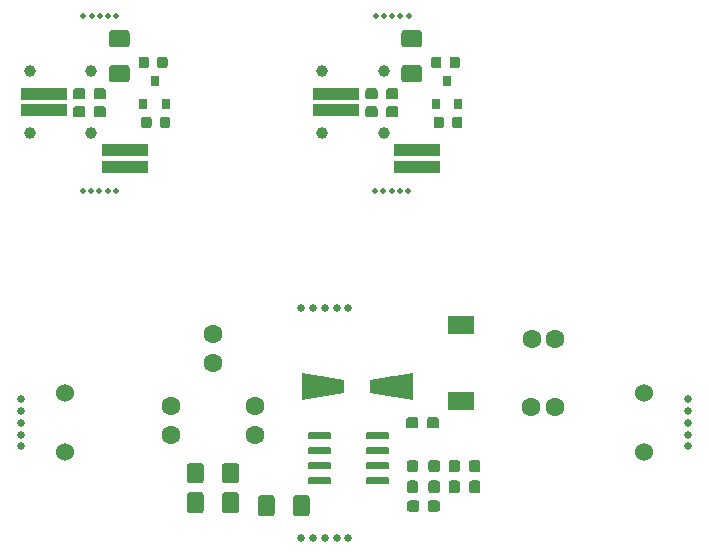
<source format=gbr>
%TF.GenerationSoftware,KiCad,Pcbnew,(5.1.0-1220-ga833aeeac)*%
%TF.CreationDate,2019-07-10T01:08:44+03:00*%
%TF.ProjectId,proto_II_panel,70726f74-6f5f-4494-995f-70616e656c2e,rev?*%
%TF.SameCoordinates,Original*%
%TF.FileFunction,Soldermask,Top*%
%TF.FilePolarity,Negative*%
%FSLAX46Y46*%
G04 Gerber Fmt 4.6, Leading zero omitted, Abs format (unit mm)*
G04 Created by KiCad (PCBNEW (5.1.0-1220-ga833aeeac)) date 2019-07-10 01:08:44*
%MOMM*%
%LPD*%
G04 APERTURE LIST*
%ADD10C,0.500000*%
%ADD11C,0.160000*%
%ADD12C,0.950000*%
%ADD13C,0.875000*%
%ADD14R,0.800000X0.900000*%
%ADD15C,1.000000*%
%ADD16C,1.425000*%
%ADD17R,4.000000X1.000000*%
%ADD18C,0.650000*%
%ADD19C,0.600000*%
%ADD20R,2.200000X1.600000*%
%ADD21C,1.524000*%
%ADD22C,1.676868*%
%ADD23C,1.600000*%
G04 APERTURE END LIST*
D10*
X83700000Y-56050000D03*
X84400000Y-56050000D03*
X85100000Y-56050000D03*
X83000000Y-56050000D03*
X82300000Y-56050000D03*
X85050000Y-70850000D03*
X84350000Y-70850000D03*
X82250000Y-70850000D03*
X82950000Y-70850000D03*
X83650000Y-70850000D03*
D11*
G36*
X82328387Y-63718079D02*
G01*
X82405438Y-63769562D01*
X82456921Y-63846613D01*
X82475000Y-63937500D01*
X82475000Y-64412500D01*
X82456921Y-64503387D01*
X82405438Y-64580438D01*
X82328387Y-64631921D01*
X82237500Y-64650000D01*
X81662500Y-64650000D01*
X81571613Y-64631921D01*
X81494562Y-64580438D01*
X81443079Y-64503387D01*
X81425000Y-64412500D01*
X81425000Y-63937500D01*
X81443079Y-63846613D01*
X81494562Y-63769562D01*
X81571613Y-63718079D01*
X81662500Y-63700000D01*
X82237500Y-63700000D01*
X82328387Y-63718079D01*
X82328387Y-63718079D01*
G37*
D12*
X81950000Y-64175000D03*
D11*
G36*
X84078387Y-63718079D02*
G01*
X84155438Y-63769562D01*
X84206921Y-63846613D01*
X84225000Y-63937500D01*
X84225000Y-64412500D01*
X84206921Y-64503387D01*
X84155438Y-64580438D01*
X84078387Y-64631921D01*
X83987500Y-64650000D01*
X83412500Y-64650000D01*
X83321613Y-64631921D01*
X83244562Y-64580438D01*
X83193079Y-64503387D01*
X83175000Y-64412500D01*
X83175000Y-63937500D01*
X83193079Y-63846613D01*
X83244562Y-63769562D01*
X83321613Y-63718079D01*
X83412500Y-63700000D01*
X83987500Y-63700000D01*
X84078387Y-63718079D01*
X84078387Y-63718079D01*
G37*
D12*
X83700000Y-64175000D03*
D11*
G36*
X82328387Y-62193079D02*
G01*
X82405438Y-62244562D01*
X82456921Y-62321613D01*
X82475000Y-62412500D01*
X82475000Y-62887500D01*
X82456921Y-62978387D01*
X82405438Y-63055438D01*
X82328387Y-63106921D01*
X82237500Y-63125000D01*
X81662500Y-63125000D01*
X81571613Y-63106921D01*
X81494562Y-63055438D01*
X81443079Y-62978387D01*
X81425000Y-62887500D01*
X81425000Y-62412500D01*
X81443079Y-62321613D01*
X81494562Y-62244562D01*
X81571613Y-62193079D01*
X81662500Y-62175000D01*
X82237500Y-62175000D01*
X82328387Y-62193079D01*
X82328387Y-62193079D01*
G37*
D12*
X81950000Y-62650000D03*
D11*
G36*
X84078387Y-62193079D02*
G01*
X84155438Y-62244562D01*
X84206921Y-62321613D01*
X84225000Y-62412500D01*
X84225000Y-62887500D01*
X84206921Y-62978387D01*
X84155438Y-63055438D01*
X84078387Y-63106921D01*
X83987500Y-63125000D01*
X83412500Y-63125000D01*
X83321613Y-63106921D01*
X83244562Y-63055438D01*
X83193079Y-62978387D01*
X83175000Y-62887500D01*
X83175000Y-62412500D01*
X83193079Y-62321613D01*
X83244562Y-62244562D01*
X83321613Y-62193079D01*
X83412500Y-62175000D01*
X83987500Y-62175000D01*
X84078387Y-62193079D01*
X84078387Y-62193079D01*
G37*
D12*
X83700000Y-62650000D03*
D11*
G36*
X87727463Y-59516651D02*
G01*
X87798431Y-59564070D01*
X87845850Y-59635038D01*
X87862501Y-59718750D01*
X87862501Y-60231250D01*
X87845850Y-60314962D01*
X87798431Y-60385930D01*
X87727463Y-60433349D01*
X87643751Y-60450000D01*
X87206251Y-60450000D01*
X87122539Y-60433349D01*
X87051571Y-60385930D01*
X87004152Y-60314962D01*
X86987501Y-60231250D01*
X86987501Y-59718750D01*
X87004152Y-59635038D01*
X87051571Y-59564070D01*
X87122539Y-59516651D01*
X87206251Y-59500000D01*
X87643751Y-59500000D01*
X87727463Y-59516651D01*
X87727463Y-59516651D01*
G37*
D13*
X87425001Y-59975000D03*
D11*
G36*
X89302463Y-59516651D02*
G01*
X89373431Y-59564070D01*
X89420850Y-59635038D01*
X89437501Y-59718750D01*
X89437501Y-60231250D01*
X89420850Y-60314962D01*
X89373431Y-60385930D01*
X89302463Y-60433349D01*
X89218751Y-60450000D01*
X88781251Y-60450000D01*
X88697539Y-60433349D01*
X88626571Y-60385930D01*
X88579152Y-60314962D01*
X88562501Y-60231250D01*
X88562501Y-59718750D01*
X88579152Y-59635038D01*
X88626571Y-59564070D01*
X88697539Y-59516651D01*
X88781251Y-59500000D01*
X89218751Y-59500000D01*
X89302463Y-59516651D01*
X89302463Y-59516651D01*
G37*
D13*
X89000001Y-59975000D03*
D11*
G36*
X89514962Y-64591651D02*
G01*
X89585930Y-64639070D01*
X89633349Y-64710038D01*
X89650000Y-64793750D01*
X89650000Y-65306250D01*
X89633349Y-65389962D01*
X89585930Y-65460930D01*
X89514962Y-65508349D01*
X89431250Y-65525000D01*
X88993750Y-65525000D01*
X88910038Y-65508349D01*
X88839070Y-65460930D01*
X88791651Y-65389962D01*
X88775000Y-65306250D01*
X88775000Y-64793750D01*
X88791651Y-64710038D01*
X88839070Y-64639070D01*
X88910038Y-64591651D01*
X88993750Y-64575000D01*
X89431250Y-64575000D01*
X89514962Y-64591651D01*
X89514962Y-64591651D01*
G37*
D13*
X89212500Y-65050000D03*
D11*
G36*
X87939962Y-64591651D02*
G01*
X88010930Y-64639070D01*
X88058349Y-64710038D01*
X88075000Y-64793750D01*
X88075000Y-65306250D01*
X88058349Y-65389962D01*
X88010930Y-65460930D01*
X87939962Y-65508349D01*
X87856250Y-65525000D01*
X87418750Y-65525000D01*
X87335038Y-65508349D01*
X87264070Y-65460930D01*
X87216651Y-65389962D01*
X87200000Y-65306250D01*
X87200000Y-64793750D01*
X87216651Y-64710038D01*
X87264070Y-64639070D01*
X87335038Y-64591651D01*
X87418750Y-64575000D01*
X87856250Y-64575000D01*
X87939962Y-64591651D01*
X87939962Y-64591651D01*
G37*
D13*
X87637500Y-65050000D03*
D14*
X87385356Y-63550000D03*
X89285356Y-63550000D03*
X88335356Y-61550000D03*
D15*
X82975000Y-60750000D03*
X77775000Y-60750000D03*
X82975000Y-65950000D03*
X77775000Y-65950000D03*
D11*
G36*
X86070671Y-60231530D02*
G01*
X86151777Y-60285723D01*
X86205970Y-60366829D01*
X86225000Y-60462500D01*
X86225000Y-61387500D01*
X86205970Y-61483171D01*
X86151777Y-61564277D01*
X86070671Y-61618470D01*
X85975000Y-61637500D01*
X84725000Y-61637500D01*
X84629329Y-61618470D01*
X84548223Y-61564277D01*
X84494030Y-61483171D01*
X84475000Y-61387500D01*
X84475000Y-60462500D01*
X84494030Y-60366829D01*
X84548223Y-60285723D01*
X84629329Y-60231530D01*
X84725000Y-60212500D01*
X85975000Y-60212500D01*
X86070671Y-60231530D01*
X86070671Y-60231530D01*
G37*
D16*
X85350000Y-60925000D03*
D11*
G36*
X86070671Y-57256530D02*
G01*
X86151777Y-57310723D01*
X86205970Y-57391829D01*
X86225000Y-57487500D01*
X86225000Y-58412500D01*
X86205970Y-58508171D01*
X86151777Y-58589277D01*
X86070671Y-58643470D01*
X85975000Y-58662500D01*
X84725000Y-58662500D01*
X84629329Y-58643470D01*
X84548223Y-58589277D01*
X84494030Y-58508171D01*
X84475000Y-58412500D01*
X84475000Y-57487500D01*
X84494030Y-57391829D01*
X84548223Y-57310723D01*
X84629329Y-57256530D01*
X84725000Y-57237500D01*
X85975000Y-57237500D01*
X86070671Y-57256530D01*
X86070671Y-57256530D01*
G37*
D16*
X85350000Y-57950000D03*
D17*
X78975000Y-62650000D03*
X78975000Y-64050000D03*
X85825000Y-68825000D03*
X85825000Y-67425000D03*
D10*
X57550000Y-56050000D03*
X58250000Y-56050000D03*
X60350000Y-56050000D03*
X59650000Y-56050000D03*
X58950000Y-56050000D03*
X58900000Y-70850000D03*
X58200000Y-70850000D03*
X57500000Y-70850000D03*
X59600000Y-70850000D03*
X60300000Y-70850000D03*
D17*
X61075000Y-67425000D03*
X61075000Y-68825000D03*
X54225000Y-64050000D03*
X54225000Y-62650000D03*
D11*
G36*
X61320671Y-57256530D02*
G01*
X61401777Y-57310723D01*
X61455970Y-57391829D01*
X61475000Y-57487500D01*
X61475000Y-58412500D01*
X61455970Y-58508171D01*
X61401777Y-58589277D01*
X61320671Y-58643470D01*
X61225000Y-58662500D01*
X59975000Y-58662500D01*
X59879329Y-58643470D01*
X59798223Y-58589277D01*
X59744030Y-58508171D01*
X59725000Y-58412500D01*
X59725000Y-57487500D01*
X59744030Y-57391829D01*
X59798223Y-57310723D01*
X59879329Y-57256530D01*
X59975000Y-57237500D01*
X61225000Y-57237500D01*
X61320671Y-57256530D01*
X61320671Y-57256530D01*
G37*
D16*
X60600000Y-57950000D03*
D11*
G36*
X61320671Y-60231530D02*
G01*
X61401777Y-60285723D01*
X61455970Y-60366829D01*
X61475000Y-60462500D01*
X61475000Y-61387500D01*
X61455970Y-61483171D01*
X61401777Y-61564277D01*
X61320671Y-61618470D01*
X61225000Y-61637500D01*
X59975000Y-61637500D01*
X59879329Y-61618470D01*
X59798223Y-61564277D01*
X59744030Y-61483171D01*
X59725000Y-61387500D01*
X59725000Y-60462500D01*
X59744030Y-60366829D01*
X59798223Y-60285723D01*
X59879329Y-60231530D01*
X59975000Y-60212500D01*
X61225000Y-60212500D01*
X61320671Y-60231530D01*
X61320671Y-60231530D01*
G37*
D16*
X60600000Y-60925000D03*
D15*
X53025000Y-65950000D03*
X58225000Y-65950000D03*
X53025000Y-60750000D03*
X58225000Y-60750000D03*
D14*
X63585356Y-61550000D03*
X64535356Y-63550000D03*
X62635356Y-63550000D03*
D11*
G36*
X63189962Y-64591651D02*
G01*
X63260930Y-64639070D01*
X63308349Y-64710038D01*
X63325000Y-64793750D01*
X63325000Y-65306250D01*
X63308349Y-65389962D01*
X63260930Y-65460930D01*
X63189962Y-65508349D01*
X63106250Y-65525000D01*
X62668750Y-65525000D01*
X62585038Y-65508349D01*
X62514070Y-65460930D01*
X62466651Y-65389962D01*
X62450000Y-65306250D01*
X62450000Y-64793750D01*
X62466651Y-64710038D01*
X62514070Y-64639070D01*
X62585038Y-64591651D01*
X62668750Y-64575000D01*
X63106250Y-64575000D01*
X63189962Y-64591651D01*
X63189962Y-64591651D01*
G37*
D13*
X62887500Y-65050000D03*
D11*
G36*
X64764962Y-64591651D02*
G01*
X64835930Y-64639070D01*
X64883349Y-64710038D01*
X64900000Y-64793750D01*
X64900000Y-65306250D01*
X64883349Y-65389962D01*
X64835930Y-65460930D01*
X64764962Y-65508349D01*
X64681250Y-65525000D01*
X64243750Y-65525000D01*
X64160038Y-65508349D01*
X64089070Y-65460930D01*
X64041651Y-65389962D01*
X64025000Y-65306250D01*
X64025000Y-64793750D01*
X64041651Y-64710038D01*
X64089070Y-64639070D01*
X64160038Y-64591651D01*
X64243750Y-64575000D01*
X64681250Y-64575000D01*
X64764962Y-64591651D01*
X64764962Y-64591651D01*
G37*
D13*
X64462500Y-65050000D03*
D11*
G36*
X64552463Y-59516651D02*
G01*
X64623431Y-59564070D01*
X64670850Y-59635038D01*
X64687501Y-59718750D01*
X64687501Y-60231250D01*
X64670850Y-60314962D01*
X64623431Y-60385930D01*
X64552463Y-60433349D01*
X64468751Y-60450000D01*
X64031251Y-60450000D01*
X63947539Y-60433349D01*
X63876571Y-60385930D01*
X63829152Y-60314962D01*
X63812501Y-60231250D01*
X63812501Y-59718750D01*
X63829152Y-59635038D01*
X63876571Y-59564070D01*
X63947539Y-59516651D01*
X64031251Y-59500000D01*
X64468751Y-59500000D01*
X64552463Y-59516651D01*
X64552463Y-59516651D01*
G37*
D13*
X64250001Y-59975000D03*
D11*
G36*
X62977463Y-59516651D02*
G01*
X63048431Y-59564070D01*
X63095850Y-59635038D01*
X63112501Y-59718750D01*
X63112501Y-60231250D01*
X63095850Y-60314962D01*
X63048431Y-60385930D01*
X62977463Y-60433349D01*
X62893751Y-60450000D01*
X62456251Y-60450000D01*
X62372539Y-60433349D01*
X62301571Y-60385930D01*
X62254152Y-60314962D01*
X62237501Y-60231250D01*
X62237501Y-59718750D01*
X62254152Y-59635038D01*
X62301571Y-59564070D01*
X62372539Y-59516651D01*
X62456251Y-59500000D01*
X62893751Y-59500000D01*
X62977463Y-59516651D01*
X62977463Y-59516651D01*
G37*
D13*
X62675001Y-59975000D03*
D11*
G36*
X59328387Y-62193079D02*
G01*
X59405438Y-62244562D01*
X59456921Y-62321613D01*
X59475000Y-62412500D01*
X59475000Y-62887500D01*
X59456921Y-62978387D01*
X59405438Y-63055438D01*
X59328387Y-63106921D01*
X59237500Y-63125000D01*
X58662500Y-63125000D01*
X58571613Y-63106921D01*
X58494562Y-63055438D01*
X58443079Y-62978387D01*
X58425000Y-62887500D01*
X58425000Y-62412500D01*
X58443079Y-62321613D01*
X58494562Y-62244562D01*
X58571613Y-62193079D01*
X58662500Y-62175000D01*
X59237500Y-62175000D01*
X59328387Y-62193079D01*
X59328387Y-62193079D01*
G37*
D12*
X58950000Y-62650000D03*
D11*
G36*
X57578387Y-62193079D02*
G01*
X57655438Y-62244562D01*
X57706921Y-62321613D01*
X57725000Y-62412500D01*
X57725000Y-62887500D01*
X57706921Y-62978387D01*
X57655438Y-63055438D01*
X57578387Y-63106921D01*
X57487500Y-63125000D01*
X56912500Y-63125000D01*
X56821613Y-63106921D01*
X56744562Y-63055438D01*
X56693079Y-62978387D01*
X56675000Y-62887500D01*
X56675000Y-62412500D01*
X56693079Y-62321613D01*
X56744562Y-62244562D01*
X56821613Y-62193079D01*
X56912500Y-62175000D01*
X57487500Y-62175000D01*
X57578387Y-62193079D01*
X57578387Y-62193079D01*
G37*
D12*
X57200000Y-62650000D03*
D11*
G36*
X59328387Y-63718079D02*
G01*
X59405438Y-63769562D01*
X59456921Y-63846613D01*
X59475000Y-63937500D01*
X59475000Y-64412500D01*
X59456921Y-64503387D01*
X59405438Y-64580438D01*
X59328387Y-64631921D01*
X59237500Y-64650000D01*
X58662500Y-64650000D01*
X58571613Y-64631921D01*
X58494562Y-64580438D01*
X58443079Y-64503387D01*
X58425000Y-64412500D01*
X58425000Y-63937500D01*
X58443079Y-63846613D01*
X58494562Y-63769562D01*
X58571613Y-63718079D01*
X58662500Y-63700000D01*
X59237500Y-63700000D01*
X59328387Y-63718079D01*
X59328387Y-63718079D01*
G37*
D12*
X58950000Y-64175000D03*
D11*
G36*
X57578387Y-63718079D02*
G01*
X57655438Y-63769562D01*
X57706921Y-63846613D01*
X57725000Y-63937500D01*
X57725000Y-64412500D01*
X57706921Y-64503387D01*
X57655438Y-64580438D01*
X57578387Y-64631921D01*
X57487500Y-64650000D01*
X56912500Y-64650000D01*
X56821613Y-64631921D01*
X56744562Y-64580438D01*
X56693079Y-64503387D01*
X56675000Y-64412500D01*
X56675000Y-63937500D01*
X56693079Y-63846613D01*
X56744562Y-63769562D01*
X56821613Y-63718079D01*
X56912500Y-63700000D01*
X57487500Y-63700000D01*
X57578387Y-63718079D01*
X57578387Y-63718079D01*
G37*
D12*
X57200000Y-64175000D03*
D18*
X76000000Y-100250000D03*
X77000000Y-100250000D03*
X78000000Y-100250000D03*
X79000000Y-100250000D03*
X80000000Y-100250000D03*
X80000000Y-80750000D03*
X79000000Y-80750000D03*
X78000000Y-80750000D03*
X77000000Y-80750000D03*
X76000000Y-80750000D03*
X108750000Y-92500000D03*
X108750000Y-91500000D03*
X108750000Y-90500000D03*
X108750000Y-89500000D03*
X108750000Y-88500000D03*
X52250000Y-88500000D03*
X52250000Y-89500000D03*
X52250000Y-90500000D03*
X52250000Y-91500000D03*
X52250000Y-92500000D03*
D11*
G36*
X83357403Y-91306418D02*
G01*
X83406066Y-91338934D01*
X83438582Y-91387597D01*
X83450000Y-91445000D01*
X83450000Y-91745000D01*
X83438582Y-91802403D01*
X83406066Y-91851066D01*
X83357403Y-91883582D01*
X83300000Y-91895000D01*
X81650000Y-91895000D01*
X81592597Y-91883582D01*
X81543934Y-91851066D01*
X81511418Y-91802403D01*
X81500000Y-91745000D01*
X81500000Y-91445000D01*
X81511418Y-91387597D01*
X81543934Y-91338934D01*
X81592597Y-91306418D01*
X81650000Y-91295000D01*
X83300000Y-91295000D01*
X83357403Y-91306418D01*
X83357403Y-91306418D01*
G37*
D19*
X82475000Y-91595000D03*
D11*
G36*
X83357403Y-92576418D02*
G01*
X83406066Y-92608934D01*
X83438582Y-92657597D01*
X83450000Y-92715000D01*
X83450000Y-93015000D01*
X83438582Y-93072403D01*
X83406066Y-93121066D01*
X83357403Y-93153582D01*
X83300000Y-93165000D01*
X81650000Y-93165000D01*
X81592597Y-93153582D01*
X81543934Y-93121066D01*
X81511418Y-93072403D01*
X81500000Y-93015000D01*
X81500000Y-92715000D01*
X81511418Y-92657597D01*
X81543934Y-92608934D01*
X81592597Y-92576418D01*
X81650000Y-92565000D01*
X83300000Y-92565000D01*
X83357403Y-92576418D01*
X83357403Y-92576418D01*
G37*
D19*
X82475000Y-92865000D03*
D11*
G36*
X83357403Y-93846418D02*
G01*
X83406066Y-93878934D01*
X83438582Y-93927597D01*
X83450000Y-93985000D01*
X83450000Y-94285000D01*
X83438582Y-94342403D01*
X83406066Y-94391066D01*
X83357403Y-94423582D01*
X83300000Y-94435000D01*
X81650000Y-94435000D01*
X81592597Y-94423582D01*
X81543934Y-94391066D01*
X81511418Y-94342403D01*
X81500000Y-94285000D01*
X81500000Y-93985000D01*
X81511418Y-93927597D01*
X81543934Y-93878934D01*
X81592597Y-93846418D01*
X81650000Y-93835000D01*
X83300000Y-93835000D01*
X83357403Y-93846418D01*
X83357403Y-93846418D01*
G37*
D19*
X82475000Y-94135000D03*
D11*
G36*
X83357403Y-95116418D02*
G01*
X83406066Y-95148934D01*
X83438582Y-95197597D01*
X83450000Y-95255000D01*
X83450000Y-95555000D01*
X83438582Y-95612403D01*
X83406066Y-95661066D01*
X83357403Y-95693582D01*
X83300000Y-95705000D01*
X81650000Y-95705000D01*
X81592597Y-95693582D01*
X81543934Y-95661066D01*
X81511418Y-95612403D01*
X81500000Y-95555000D01*
X81500000Y-95255000D01*
X81511418Y-95197597D01*
X81543934Y-95148934D01*
X81592597Y-95116418D01*
X81650000Y-95105000D01*
X83300000Y-95105000D01*
X83357403Y-95116418D01*
X83357403Y-95116418D01*
G37*
D19*
X82475000Y-95405000D03*
D11*
G36*
X78407403Y-95116418D02*
G01*
X78456066Y-95148934D01*
X78488582Y-95197597D01*
X78500000Y-95255000D01*
X78500000Y-95555000D01*
X78488582Y-95612403D01*
X78456066Y-95661066D01*
X78407403Y-95693582D01*
X78350000Y-95705000D01*
X76700000Y-95705000D01*
X76642597Y-95693582D01*
X76593934Y-95661066D01*
X76561418Y-95612403D01*
X76550000Y-95555000D01*
X76550000Y-95255000D01*
X76561418Y-95197597D01*
X76593934Y-95148934D01*
X76642597Y-95116418D01*
X76700000Y-95105000D01*
X78350000Y-95105000D01*
X78407403Y-95116418D01*
X78407403Y-95116418D01*
G37*
D19*
X77525000Y-95405000D03*
D11*
G36*
X78407403Y-93846418D02*
G01*
X78456066Y-93878934D01*
X78488582Y-93927597D01*
X78500000Y-93985000D01*
X78500000Y-94285000D01*
X78488582Y-94342403D01*
X78456066Y-94391066D01*
X78407403Y-94423582D01*
X78350000Y-94435000D01*
X76700000Y-94435000D01*
X76642597Y-94423582D01*
X76593934Y-94391066D01*
X76561418Y-94342403D01*
X76550000Y-94285000D01*
X76550000Y-93985000D01*
X76561418Y-93927597D01*
X76593934Y-93878934D01*
X76642597Y-93846418D01*
X76700000Y-93835000D01*
X78350000Y-93835000D01*
X78407403Y-93846418D01*
X78407403Y-93846418D01*
G37*
D19*
X77525000Y-94135000D03*
D11*
G36*
X78407403Y-92576418D02*
G01*
X78456066Y-92608934D01*
X78488582Y-92657597D01*
X78500000Y-92715000D01*
X78500000Y-93015000D01*
X78488582Y-93072403D01*
X78456066Y-93121066D01*
X78407403Y-93153582D01*
X78350000Y-93165000D01*
X76700000Y-93165000D01*
X76642597Y-93153582D01*
X76593934Y-93121066D01*
X76561418Y-93072403D01*
X76550000Y-93015000D01*
X76550000Y-92715000D01*
X76561418Y-92657597D01*
X76593934Y-92608934D01*
X76642597Y-92576418D01*
X76700000Y-92565000D01*
X78350000Y-92565000D01*
X78407403Y-92576418D01*
X78407403Y-92576418D01*
G37*
D19*
X77525000Y-92865000D03*
D11*
G36*
X78407403Y-91306418D02*
G01*
X78456066Y-91338934D01*
X78488582Y-91387597D01*
X78500000Y-91445000D01*
X78500000Y-91745000D01*
X78488582Y-91802403D01*
X78456066Y-91851066D01*
X78407403Y-91883582D01*
X78350000Y-91895000D01*
X76700000Y-91895000D01*
X76642597Y-91883582D01*
X76593934Y-91851066D01*
X76561418Y-91802403D01*
X76550000Y-91745000D01*
X76550000Y-91445000D01*
X76561418Y-91387597D01*
X76593934Y-91338934D01*
X76642597Y-91306418D01*
X76700000Y-91295000D01*
X78350000Y-91295000D01*
X78407403Y-91306418D01*
X78407403Y-91306418D01*
G37*
D19*
X77525000Y-91595000D03*
D11*
G36*
X87578387Y-93643079D02*
G01*
X87655438Y-93694562D01*
X87706921Y-93771613D01*
X87725000Y-93862500D01*
X87725000Y-94437500D01*
X87706921Y-94528387D01*
X87655438Y-94605438D01*
X87578387Y-94656921D01*
X87487500Y-94675000D01*
X87012500Y-94675000D01*
X86921613Y-94656921D01*
X86844562Y-94605438D01*
X86793079Y-94528387D01*
X86775000Y-94437500D01*
X86775000Y-93862500D01*
X86793079Y-93771613D01*
X86844562Y-93694562D01*
X86921613Y-93643079D01*
X87012500Y-93625000D01*
X87487500Y-93625000D01*
X87578387Y-93643079D01*
X87578387Y-93643079D01*
G37*
D12*
X87250000Y-94150000D03*
D11*
G36*
X87578387Y-95393079D02*
G01*
X87655438Y-95444562D01*
X87706921Y-95521613D01*
X87725000Y-95612500D01*
X87725000Y-96187500D01*
X87706921Y-96278387D01*
X87655438Y-96355438D01*
X87578387Y-96406921D01*
X87487500Y-96425000D01*
X87012500Y-96425000D01*
X86921613Y-96406921D01*
X86844562Y-96355438D01*
X86793079Y-96278387D01*
X86775000Y-96187500D01*
X86775000Y-95612500D01*
X86793079Y-95521613D01*
X86844562Y-95444562D01*
X86921613Y-95393079D01*
X87012500Y-95375000D01*
X87487500Y-95375000D01*
X87578387Y-95393079D01*
X87578387Y-95393079D01*
G37*
D12*
X87250000Y-95900000D03*
D11*
G36*
X67583171Y-96394030D02*
G01*
X67664277Y-96448223D01*
X67718470Y-96529329D01*
X67737500Y-96625000D01*
X67737500Y-97875000D01*
X67718470Y-97970671D01*
X67664277Y-98051777D01*
X67583171Y-98105970D01*
X67487500Y-98125000D01*
X66562500Y-98125000D01*
X66466829Y-98105970D01*
X66385723Y-98051777D01*
X66331530Y-97970671D01*
X66312500Y-97875000D01*
X66312500Y-96625000D01*
X66331530Y-96529329D01*
X66385723Y-96448223D01*
X66466829Y-96394030D01*
X66562500Y-96375000D01*
X67487500Y-96375000D01*
X67583171Y-96394030D01*
X67583171Y-96394030D01*
G37*
D16*
X67025000Y-97250000D03*
D11*
G36*
X70558171Y-96394030D02*
G01*
X70639277Y-96448223D01*
X70693470Y-96529329D01*
X70712500Y-96625000D01*
X70712500Y-97875000D01*
X70693470Y-97970671D01*
X70639277Y-98051777D01*
X70558171Y-98105970D01*
X70462500Y-98125000D01*
X69537500Y-98125000D01*
X69441829Y-98105970D01*
X69360723Y-98051777D01*
X69306530Y-97970671D01*
X69287500Y-97875000D01*
X69287500Y-96625000D01*
X69306530Y-96529329D01*
X69360723Y-96448223D01*
X69441829Y-96394030D01*
X69537500Y-96375000D01*
X70462500Y-96375000D01*
X70558171Y-96394030D01*
X70558171Y-96394030D01*
G37*
D16*
X70000000Y-97250000D03*
D11*
G36*
X89278387Y-93643079D02*
G01*
X89355438Y-93694562D01*
X89406921Y-93771613D01*
X89425000Y-93862500D01*
X89425000Y-94437500D01*
X89406921Y-94528387D01*
X89355438Y-94605438D01*
X89278387Y-94656921D01*
X89187500Y-94675000D01*
X88712500Y-94675000D01*
X88621613Y-94656921D01*
X88544562Y-94605438D01*
X88493079Y-94528387D01*
X88475000Y-94437500D01*
X88475000Y-93862500D01*
X88493079Y-93771613D01*
X88544562Y-93694562D01*
X88621613Y-93643079D01*
X88712500Y-93625000D01*
X89187500Y-93625000D01*
X89278387Y-93643079D01*
X89278387Y-93643079D01*
G37*
D12*
X88950000Y-94150000D03*
D11*
G36*
X89278387Y-95393079D02*
G01*
X89355438Y-95444562D01*
X89406921Y-95521613D01*
X89425000Y-95612500D01*
X89425000Y-96187500D01*
X89406921Y-96278387D01*
X89355438Y-96355438D01*
X89278387Y-96406921D01*
X89187500Y-96425000D01*
X88712500Y-96425000D01*
X88621613Y-96406921D01*
X88544562Y-96355438D01*
X88493079Y-96278387D01*
X88475000Y-96187500D01*
X88475000Y-95612500D01*
X88493079Y-95521613D01*
X88544562Y-95444562D01*
X88621613Y-95393079D01*
X88712500Y-95375000D01*
X89187500Y-95375000D01*
X89278387Y-95393079D01*
X89278387Y-95393079D01*
G37*
D12*
X88950000Y-95900000D03*
D11*
G36*
X70558171Y-93894030D02*
G01*
X70639277Y-93948223D01*
X70693470Y-94029329D01*
X70712500Y-94125000D01*
X70712500Y-95375000D01*
X70693470Y-95470671D01*
X70639277Y-95551777D01*
X70558171Y-95605970D01*
X70462500Y-95625000D01*
X69537500Y-95625000D01*
X69441829Y-95605970D01*
X69360723Y-95551777D01*
X69306530Y-95470671D01*
X69287500Y-95375000D01*
X69287500Y-94125000D01*
X69306530Y-94029329D01*
X69360723Y-93948223D01*
X69441829Y-93894030D01*
X69537500Y-93875000D01*
X70462500Y-93875000D01*
X70558171Y-93894030D01*
X70558171Y-93894030D01*
G37*
D16*
X70000000Y-94750000D03*
D11*
G36*
X67583171Y-93894030D02*
G01*
X67664277Y-93948223D01*
X67718470Y-94029329D01*
X67737500Y-94125000D01*
X67737500Y-95375000D01*
X67718470Y-95470671D01*
X67664277Y-95551777D01*
X67583171Y-95605970D01*
X67487500Y-95625000D01*
X66562500Y-95625000D01*
X66466829Y-95605970D01*
X66385723Y-95551777D01*
X66331530Y-95470671D01*
X66312500Y-95375000D01*
X66312500Y-94125000D01*
X66331530Y-94029329D01*
X66385723Y-93948223D01*
X66466829Y-93894030D01*
X66562500Y-93875000D01*
X67487500Y-93875000D01*
X67583171Y-93894030D01*
X67583171Y-93894030D01*
G37*
D16*
X67025000Y-94750000D03*
D11*
G36*
X91028387Y-95393079D02*
G01*
X91105438Y-95444562D01*
X91156921Y-95521613D01*
X91175000Y-95612500D01*
X91175000Y-96187500D01*
X91156921Y-96278387D01*
X91105438Y-96355438D01*
X91028387Y-96406921D01*
X90937500Y-96425000D01*
X90462500Y-96425000D01*
X90371613Y-96406921D01*
X90294562Y-96355438D01*
X90243079Y-96278387D01*
X90225000Y-96187500D01*
X90225000Y-95612500D01*
X90243079Y-95521613D01*
X90294562Y-95444562D01*
X90371613Y-95393079D01*
X90462500Y-95375000D01*
X90937500Y-95375000D01*
X91028387Y-95393079D01*
X91028387Y-95393079D01*
G37*
D12*
X90700000Y-95900000D03*
D11*
G36*
X91028387Y-93643079D02*
G01*
X91105438Y-93694562D01*
X91156921Y-93771613D01*
X91175000Y-93862500D01*
X91175000Y-94437500D01*
X91156921Y-94528387D01*
X91105438Y-94605438D01*
X91028387Y-94656921D01*
X90937500Y-94675000D01*
X90462500Y-94675000D01*
X90371613Y-94656921D01*
X90294562Y-94605438D01*
X90243079Y-94528387D01*
X90225000Y-94437500D01*
X90225000Y-93862500D01*
X90243079Y-93771613D01*
X90294562Y-93694562D01*
X90371613Y-93643079D01*
X90462500Y-93625000D01*
X90937500Y-93625000D01*
X91028387Y-93643079D01*
X91028387Y-93643079D01*
G37*
D12*
X90700000Y-94150000D03*
D20*
X89550000Y-88650000D03*
X89550000Y-82250000D03*
D21*
X56000000Y-93000000D03*
X56000000Y-88000000D03*
X105000000Y-88000000D03*
X105000000Y-93000000D03*
D22*
X77825000Y-87400000D03*
D11*
G36*
X76025000Y-88550000D02*
G01*
X76025000Y-86250000D01*
X79625000Y-86850000D01*
X79625000Y-87950000D01*
X76025000Y-88550000D01*
X76025000Y-88550000D01*
G37*
D22*
X83625000Y-87400000D03*
D11*
G36*
X85425000Y-86250000D02*
G01*
X85425000Y-88550000D01*
X81825000Y-87950000D01*
X81825000Y-86850000D01*
X85425000Y-86250000D01*
X85425000Y-86250000D01*
G37*
G36*
X85753387Y-93643079D02*
G01*
X85830438Y-93694562D01*
X85881921Y-93771613D01*
X85900000Y-93862500D01*
X85900000Y-94437500D01*
X85881921Y-94528387D01*
X85830438Y-94605438D01*
X85753387Y-94656921D01*
X85662500Y-94675000D01*
X85187500Y-94675000D01*
X85096613Y-94656921D01*
X85019562Y-94605438D01*
X84968079Y-94528387D01*
X84950000Y-94437500D01*
X84950000Y-93862500D01*
X84968079Y-93771613D01*
X85019562Y-93694562D01*
X85096613Y-93643079D01*
X85187500Y-93625000D01*
X85662500Y-93625000D01*
X85753387Y-93643079D01*
X85753387Y-93643079D01*
G37*
D12*
X85425000Y-94150000D03*
D11*
G36*
X85753387Y-95393079D02*
G01*
X85830438Y-95444562D01*
X85881921Y-95521613D01*
X85900000Y-95612500D01*
X85900000Y-96187500D01*
X85881921Y-96278387D01*
X85830438Y-96355438D01*
X85753387Y-96406921D01*
X85662500Y-96425000D01*
X85187500Y-96425000D01*
X85096613Y-96406921D01*
X85019562Y-96355438D01*
X84968079Y-96278387D01*
X84950000Y-96187500D01*
X84950000Y-95612500D01*
X84968079Y-95521613D01*
X85019562Y-95444562D01*
X85096613Y-95393079D01*
X85187500Y-95375000D01*
X85662500Y-95375000D01*
X85753387Y-95393079D01*
X85753387Y-95393079D01*
G37*
D12*
X85425000Y-95900000D03*
D11*
G36*
X73583171Y-96644030D02*
G01*
X73664277Y-96698223D01*
X73718470Y-96779329D01*
X73737500Y-96875000D01*
X73737500Y-98125000D01*
X73718470Y-98220671D01*
X73664277Y-98301777D01*
X73583171Y-98355970D01*
X73487500Y-98375000D01*
X72562500Y-98375000D01*
X72466829Y-98355970D01*
X72385723Y-98301777D01*
X72331530Y-98220671D01*
X72312500Y-98125000D01*
X72312500Y-96875000D01*
X72331530Y-96779329D01*
X72385723Y-96698223D01*
X72466829Y-96644030D01*
X72562500Y-96625000D01*
X73487500Y-96625000D01*
X73583171Y-96644030D01*
X73583171Y-96644030D01*
G37*
D16*
X73025000Y-97500000D03*
D11*
G36*
X76558171Y-96644030D02*
G01*
X76639277Y-96698223D01*
X76693470Y-96779329D01*
X76712500Y-96875000D01*
X76712500Y-98125000D01*
X76693470Y-98220671D01*
X76639277Y-98301777D01*
X76558171Y-98355970D01*
X76462500Y-98375000D01*
X75537500Y-98375000D01*
X75441829Y-98355970D01*
X75360723Y-98301777D01*
X75306530Y-98220671D01*
X75287500Y-98125000D01*
X75287500Y-96875000D01*
X75306530Y-96779329D01*
X75360723Y-96698223D01*
X75441829Y-96644030D01*
X75537500Y-96625000D01*
X76462500Y-96625000D01*
X76558171Y-96644030D01*
X76558171Y-96644030D01*
G37*
D16*
X76000000Y-97500000D03*
D11*
G36*
X87603387Y-97093079D02*
G01*
X87680438Y-97144562D01*
X87731921Y-97221613D01*
X87750000Y-97312500D01*
X87750000Y-97787500D01*
X87731921Y-97878387D01*
X87680438Y-97955438D01*
X87603387Y-98006921D01*
X87512500Y-98025000D01*
X86937500Y-98025000D01*
X86846613Y-98006921D01*
X86769562Y-97955438D01*
X86718079Y-97878387D01*
X86700000Y-97787500D01*
X86700000Y-97312500D01*
X86718079Y-97221613D01*
X86769562Y-97144562D01*
X86846613Y-97093079D01*
X86937500Y-97075000D01*
X87512500Y-97075000D01*
X87603387Y-97093079D01*
X87603387Y-97093079D01*
G37*
D12*
X87225000Y-97550000D03*
D11*
G36*
X85853387Y-97093079D02*
G01*
X85930438Y-97144562D01*
X85981921Y-97221613D01*
X86000000Y-97312500D01*
X86000000Y-97787500D01*
X85981921Y-97878387D01*
X85930438Y-97955438D01*
X85853387Y-98006921D01*
X85762500Y-98025000D01*
X85187500Y-98025000D01*
X85096613Y-98006921D01*
X85019562Y-97955438D01*
X84968079Y-97878387D01*
X84950000Y-97787500D01*
X84950000Y-97312500D01*
X84968079Y-97221613D01*
X85019562Y-97144562D01*
X85096613Y-97093079D01*
X85187500Y-97075000D01*
X85762500Y-97075000D01*
X85853387Y-97093079D01*
X85853387Y-97093079D01*
G37*
D12*
X85475000Y-97550000D03*
D23*
X72100000Y-89075000D03*
X72100000Y-91575000D03*
X65000000Y-89050000D03*
X65000000Y-91550000D03*
X68525000Y-82975000D03*
X68525000Y-85475000D03*
X97450000Y-89125000D03*
X95450000Y-89125000D03*
X97500000Y-83375000D03*
X95500000Y-83375000D03*
D11*
G36*
X85778387Y-90043079D02*
G01*
X85855438Y-90094562D01*
X85906921Y-90171613D01*
X85925000Y-90262500D01*
X85925000Y-90737500D01*
X85906921Y-90828387D01*
X85855438Y-90905438D01*
X85778387Y-90956921D01*
X85687500Y-90975000D01*
X85112500Y-90975000D01*
X85021613Y-90956921D01*
X84944562Y-90905438D01*
X84893079Y-90828387D01*
X84875000Y-90737500D01*
X84875000Y-90262500D01*
X84893079Y-90171613D01*
X84944562Y-90094562D01*
X85021613Y-90043079D01*
X85112500Y-90025000D01*
X85687500Y-90025000D01*
X85778387Y-90043079D01*
X85778387Y-90043079D01*
G37*
D12*
X85400000Y-90500000D03*
D11*
G36*
X87528387Y-90043079D02*
G01*
X87605438Y-90094562D01*
X87656921Y-90171613D01*
X87675000Y-90262500D01*
X87675000Y-90737500D01*
X87656921Y-90828387D01*
X87605438Y-90905438D01*
X87528387Y-90956921D01*
X87437500Y-90975000D01*
X86862500Y-90975000D01*
X86771613Y-90956921D01*
X86694562Y-90905438D01*
X86643079Y-90828387D01*
X86625000Y-90737500D01*
X86625000Y-90262500D01*
X86643079Y-90171613D01*
X86694562Y-90094562D01*
X86771613Y-90043079D01*
X86862500Y-90025000D01*
X87437500Y-90025000D01*
X87528387Y-90043079D01*
X87528387Y-90043079D01*
G37*
D12*
X87150000Y-90500000D03*
M02*

</source>
